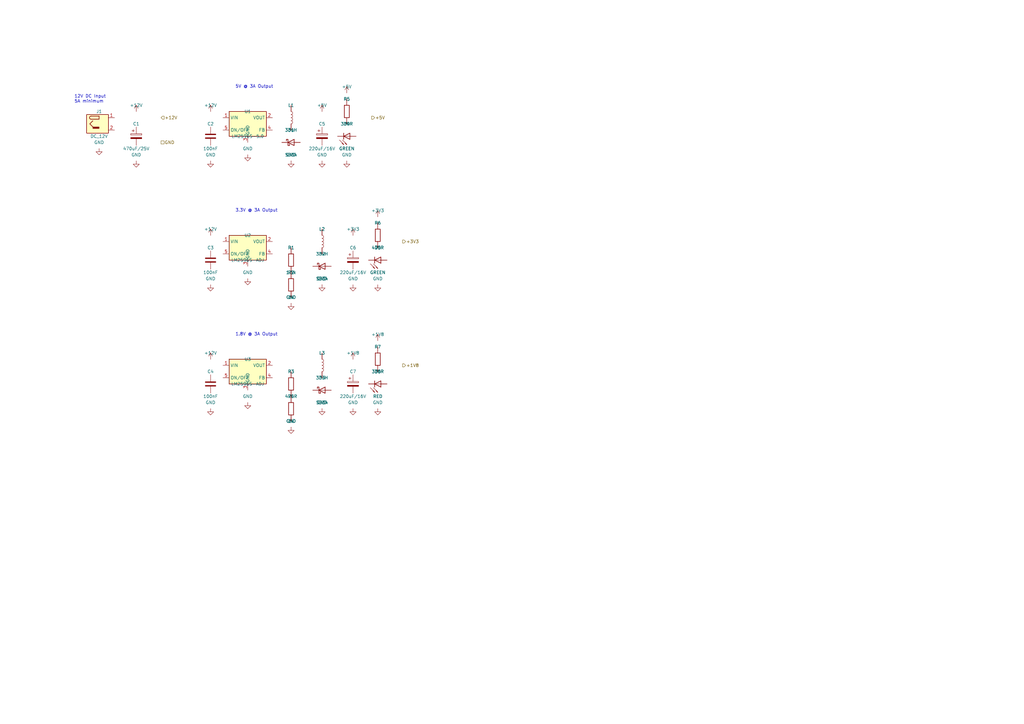
<source format=kicad_sch>
(kicad_sch (version 20250114) (generator "eeschema") (generator_version "9.0")
  (paper "A3")
  (title_block (title "Power Supply") (date "2024-12-11") (rev "1.0") (company "fcBoard Project") (comment 1 "12V Input, 5V/3.3V/1.8V DC-DC Outputs") (comment 2 "LM2596S Buck Converters with JLCPCB Components"))
  (lib_symbols
    (symbol "fcBoard_Power:+12V" (power) (pin_numbers (hide yes)) (pin_names (offset 0) (hide yes))
      (property "Value" "+12V" (at 0 3.81 0))
      (symbol "+12V_0_1"
        (polyline (pts (xy -0.762 1.27) (xy 0 2.54)))
        (polyline (pts (xy 0 2.54) (xy 0.762 1.27)))
        (polyline (pts (xy 0 0) (xy 0 2.54)))
      )
      (symbol "+12V_1_1"
        (pin power_in line (at 0 0 90) (length 0) (name "~") (number "1"))
      )
    )
    (symbol "fcBoard_Power:+1V8" (power) (pin_numbers (hide yes)) (pin_names (offset 0) (hide yes))
      (property "Value" "+1V8" (at 0 3.81 0))
      (symbol "+1V8_0_1"
        (polyline (pts (xy -0.762 1.27) (xy 0 2.54)))
        (polyline (pts (xy 0 2.54) (xy 0.762 1.27)))
        (polyline (pts (xy 0 0) (xy 0 2.54)))
      )
      (symbol "+1V8_1_1"
        (pin power_in line (at 0 0 90) (length 0) (name "~") (number "1"))
      )
    )
    (symbol "fcBoard_Power:+3V3" (power) (pin_numbers (hide yes)) (pin_names (offset 0) (hide yes))
      (property "Value" "+3V3" (at 0 3.81 0))
      (symbol "+3V3_0_1"
        (polyline (pts (xy -0.762 1.27) (xy 0 2.54)))
        (polyline (pts (xy 0 2.54) (xy 0.762 1.27)))
        (polyline (pts (xy 0 0) (xy 0 2.54)))
      )
      (symbol "+3V3_1_1"
        (pin power_in line (at 0 0 90) (length 0) (name "~") (number "1"))
      )
    )
    (symbol "fcBoard_Power:+5V" (power) (pin_numbers (hide yes)) (pin_names (offset 0) (hide yes))
      (property "Value" "+5V" (at 0 3.81 0))
      (symbol "+5V_0_1"
        (polyline (pts (xy -0.762 1.27) (xy 0 2.54)))
        (polyline (pts (xy 0 2.54) (xy 0.762 1.27)))
        (polyline (pts (xy 0 0) (xy 0 2.54)))
      )
      (symbol "+5V_1_1"
        (pin power_in line (at 0 0 90) (length 0) (name "~") (number "1"))
      )
    )
    (symbol "fcBoard_Power:Barrel_Jack" (pin_names (offset 1.016))
      (property "Reference" "J" (at 0 5.08 0))
      (property "Value" "Barrel_Jack" (at 0 -5.08 0))
      (symbol "Barrel_Jack_0_1"
        (rectangle (start -5.08 3.81) (end 3.81 -3.81) (stroke (width 0.254)) (fill (type background)))
        (polyline (pts (xy -3.302 3.175) (xy 0 3.175)) (stroke (width 0.254)))
        (arc (start -3.302 1.905) (mid -3.9288 2.54) (end -3.302 3.175) (stroke (width 0.254)))
        (polyline (pts (xy -2.54 -1.27) (xy -3.81 0) (xy -2.54 1.27)) (stroke (width 0.254)))
        (polyline (pts (xy 0 3.175) (xy 0 1.905) (xy -3.302 1.905)) (stroke (width 0.254)))
        (rectangle (start 0 -1.27) (end -2.54 -1.905) (fill (type outline)))
      )
      (symbol "Barrel_Jack_1_1"
        (pin passive line (at 6.35 2.54 180) (length 2.54) (name "~") (number "1"))
        (pin passive line (at 6.35 -2.54 180) (length 2.54) (name "~") (number "2"))
      )
    )
    (symbol "fcBoard_Power:C" (pin_numbers (hide yes)) (pin_names (offset 0.254))
      (property "Reference" "C" (at 0.635 2.54 0))
      (property "Value" "C" (at 0.635 -2.54 0))
      (symbol "C_0_1"
        (polyline (pts (xy -2.032 0.762) (xy 2.032 0.762)) (stroke (width 0.508)))
        (polyline (pts (xy -2.032 -0.762) (xy 2.032 -0.762)) (stroke (width 0.508)))
      )
      (symbol "C_1_1"
        (pin passive line (at 0 3.81 270) (length 2.794) (name "~") (number "1"))
        (pin passive line (at 0 -3.81 90) (length 2.794) (name "~") (number "2"))
      )
    )
    (symbol "fcBoard_Power:CP" (pin_numbers (hide yes)) (pin_names (offset 0.254))
      (property "Reference" "C" (at 0.635 2.54 0))
      (property "Value" "CP" (at 0.635 -2.54 0))
      (symbol "CP_0_1"
        (rectangle (start -2.286 0.508) (end 2.286 1.016))
        (polyline (pts (xy -1.778 2.286) (xy -0.762 2.286)))
        (polyline (pts (xy -1.27 1.778) (xy -1.27 2.794)))
        (rectangle (start 2.286 -0.508) (end -2.286 -1.016) (fill (type outline)))
      )
      (symbol "CP_1_1"
        (pin passive line (at 0 3.81 270) (length 2.794) (name "~") (number "1"))
        (pin passive line (at 0 -3.81 90) (length 2.794) (name "~") (number "2"))
      )
    )
    (symbol "fcBoard_Power:D_Schottky" (pin_numbers (hide yes)) (pin_names (offset 1.016) (hide yes))
      (property "Reference" "D" (at 0 2.54 0))
      (property "Value" "D_Schottky" (at 0 -2.54 0))
      (symbol "D_Schottky_0_1"
        (polyline (pts (xy -1.905 0.635) (xy -1.905 1.27) (xy -1.27 1.27) (xy -1.27 -1.27) (xy -0.635 -1.27) (xy -0.635 -0.635)) (stroke (width 0.254)))
        (polyline (pts (xy 1.27 1.27) (xy 1.27 -1.27) (xy -1.27 0) (xy 1.27 1.27)) (stroke (width 0.254)))
        (polyline (pts (xy 1.27 0) (xy -1.27 0)))
      )
      (symbol "D_Schottky_1_1"
        (pin passive line (at -3.81 0 0) (length 2.54) (name "K") (number "1"))
        (pin passive line (at 3.81 0 180) (length 2.54) (name "A") (number "2"))
      )
    )
    (symbol "fcBoard_Power:GND" (power) (pin_numbers (hide yes)) (pin_names (offset 0) (hide yes))
      (property "Value" "GND" (at 0 -2.54 0))
      (symbol "GND_0_1"
        (polyline (pts (xy 0 0) (xy 0 -1.27) (xy 1.27 -1.27) (xy 0 -2.54) (xy -1.27 -1.27) (xy 0 -1.27)))
      )
      (symbol "GND_1_1"
        (pin power_in line (at 0 0 270) (length 0) (name "~") (number "1"))
      )
    )
    (symbol "fcBoard_Power:L" (pin_numbers (hide yes)) (pin_names (offset 1.016))
      (property "Reference" "L" (at -1.27 0 90))
      (property "Value" "L" (at 1.905 0 90))
      (symbol "L_0_1"
        (arc (start 0 2.54) (mid 0.6323 1.905) (end 0 1.27))
        (arc (start 0 1.27) (mid 0.6323 0.635) (end 0 0))
        (arc (start 0 0) (mid 0.6323 -0.635) (end 0 -1.27))
        (arc (start 0 -1.27) (mid 0.6323 -1.905) (end 0 -2.54))
      )
      (symbol "L_1_1"
        (pin passive line (at 0 5.08 270) (length 2.54) (name "~") (number "1"))
        (pin passive line (at 0 -5.08 90) (length 2.54) (name "~") (number "2"))
      )
    )
    (symbol "fcBoard_Power:LED" (pin_numbers (hide yes)) (pin_names (offset 1.016) (hide yes))
      (property "Reference" "D" (at 0 2.54 0))
      (property "Value" "LED" (at 0 -2.54 0))
      (symbol "LED_0_1"
        (polyline (pts (xy -3.048 -1.524) (xy -1.27 -3.302)))
        (polyline (pts (xy -2.032 -2.794) (xy -1.27 -3.556) (xy -1.778 -2.794)))
        (polyline (pts (xy -1.778 -1.524) (xy 0 -3.302)))
        (polyline (pts (xy -1.27 0) (xy 1.27 0)))
        (polyline (pts (xy -1.27 -1.27) (xy -1.27 1.27)) (stroke (width 0.254)))
        (polyline (pts (xy -0.762 -2.794) (xy 0 -3.556) (xy -0.508 -2.794)))
        (polyline (pts (xy 1.27 -1.27) (xy 1.27 1.27) (xy -1.27 0) (xy 1.27 -1.27)) (stroke (width 0.254)))
      )
      (symbol "LED_1_1"
        (pin passive line (at -3.81 0 0) (length 2.54) (name "K") (number "1"))
        (pin passive line (at 3.81 0 180) (length 2.54) (name "A") (number "2"))
      )
    )
    (symbol "fcBoard_Power:LM2596S-5"
      (property "Reference" "U" (at 0 8.89 0))
      (property "Value" "LM2596S-5" (at 0 6.35 0))
      (symbol "LM2596S-5_0_1"
        (rectangle (start -7.62 5.08) (end 7.62 -5.08) (stroke (width 0.254)) (fill (type background)))
      )
      (symbol "LM2596S-5_1_1"
        (pin power_in line (at -10.16 2.54 0) (length 2.54) (name "VIN") (number "1"))
        (pin input line (at -10.16 -2.54 0) (length 2.54) (name "ON/OFF") (number "5"))
        (pin power_in line (at 0 -7.62 90) (length 2.54) (name "GND") (number "3"))
        (pin power_out line (at 10.16 2.54 180) (length 2.54) (name "VOUT") (number "2"))
        (pin input line (at 10.16 -2.54 180) (length 2.54) (name "FB") (number "4"))
      )
    )
    (symbol "fcBoard_Power:LM2596S-ADJ"
      (property "Reference" "U" (at 0 8.89 0))
      (property "Value" "LM2596S-ADJ" (at 0 6.35 0))
      (symbol "LM2596S-ADJ_0_1"
        (rectangle (start -7.62 5.08) (end 7.62 -5.08) (stroke (width 0.254)) (fill (type background)))
      )
      (symbol "LM2596S-ADJ_1_1"
        (pin power_in line (at -10.16 2.54 0) (length 2.54) (name "VIN") (number "1"))
        (pin input line (at -10.16 -2.54 0) (length 2.54) (name "ON/OFF") (number "5"))
        (pin power_in line (at 0 -7.62 90) (length 2.54) (name "GND") (number "3"))
        (pin power_out line (at 10.16 2.54 180) (length 2.54) (name "VOUT") (number "2"))
        (pin input line (at 10.16 -2.54 180) (length 2.54) (name "FB") (number "4"))
      )
    )
    (symbol "fcBoard_Power:R" (pin_numbers (hide yes)) (pin_names (offset 0))
      (property "Reference" "R" (at 2.032 0 90))
      (property "Value" "R" (at 0 0 90))
      (symbol "R_0_1"
        (rectangle (start -1.016 -2.54) (end 1.016 2.54) (stroke (width 0.254)))
      )
      (symbol "R_1_1"
        (pin passive line (at 0 5.08 270) (length 2.54) (name "~") (number "1"))
        (pin passive line (at 0 -5.08 90) (length 2.54) (name "~") (number "2"))
      )
    )
  )
  (text "12V DC Input\n5A minimum" (at 30.48 40.64 0) (effects (font (size 1.27 1.27)) (justify left)))
  (text "5V @ 3A Output" (at 96.52 35.56 0) (effects (font (size 1.27 1.27)) (justify left)))
  (text "3.3V @ 3A Output" (at 96.52 86.36 0) (effects (font (size 1.27 1.27)) (justify left)))
  (text "1.8V @ 3A Output" (at 96.52 137.16 0) (effects (font (size 1.27 1.27)) (justify left)))
  (hierarchical_label "+5V" (shape output) (at 152.4 48.26 0))
  (hierarchical_label "+12V" (shape input) (at 66.04 48.26 0))
  (hierarchical_label "+1V8" (shape output) (at 165.1 149.86 0))
  (hierarchical_label "GND" (shape passive) (at 66.04 58.42 0))
  (hierarchical_label "+3V3" (shape output) (at 165.1 99.06 0))
  (symbol (lib_id "fcBoard_Power:GND") (at 154.94 167.64 0) (unit 1) (in_bom no)
    (property "Reference" "#PWR029" (effects (hide yes)))
    (property "Value" "GND" (at 154.94 165.1 0))
  )
  (symbol (lib_id "fcBoard_Power:GND") (at 101.6 114.3 0) (unit 1) (in_bom no)
    (property "Reference" "#PWR011" (effects (hide yes)))
    (property "Value" "GND" (at 101.6 111.76 0))
  )
  (symbol (lib_id "fcBoard_Power:C") (at 86.36 106.68 0) (unit 1)
    (property "Reference" "C3" (at 86.36 101.6 0))
    (property "Value" "100nF" (at 86.36 111.76 0))
    (property "Footprint" "jlc_components:C0402" (effects (hide yes)))
    (property "LCSC Part" "C11702" (effects (hide yes)))
  )
  (symbol (lib_id "fcBoard_Power:GND") (at 142.24 66.04 0) (unit 1) (in_bom no)
    (property "Reference" "#PWR021" (effects (hide yes)))
    (property "Value" "GND" (at 142.24 63.5 0))
  )
  (symbol (lib_id "fcBoard_Power:+5V") (at 142.24 38.1 0) (unit 1) (in_bom no)
    (property "Reference" "#PWR020" (effects (hide yes)))
    (property "Value" "+5V" (at 142.24 35.56 0))
  )
  (symbol (lib_id "fcBoard_Power:L") (at 132.08 149.86 0) (unit 1)
    (property "Reference" "L3" (at 132.08 144.78 0))
    (property "Value" "33uH" (at 132.08 154.94 0))
    (property "Footprint" "jlc_components:IND-SMD_L7.3-W7.3" (effects (hide yes)))
    (property "LCSC Part" "C90748" (effects (hide yes)))
  )
  (symbol (lib_id "fcBoard_Power:GND") (at 55.88 66.04 0) (unit 1) (in_bom no)
    (property "Reference" "#PWR03" (effects (hide yes)))
    (property "Value" "GND" (at 55.88 63.5 0))
  )
  (symbol (lib_id "fcBoard_Power:R") (at 142.24 45.72 0) (unit 1)
    (property "Reference" "R5" (at 142.24 40.64 0))
    (property "Value" "330R" (at 142.24 50.8 0))
    (property "Footprint" "jlc_components:R0402" (effects (hide yes)))
    (property "LCSC Part" "C72038" (effects (hide yes)))
  )
  (symbol (lib_id "fcBoard_Power:R") (at 154.94 96.52 0) (unit 1)
    (property "Reference" "R6" (at 154.94 91.44 0))
    (property "Value" "470R" (at 154.94 101.6 0))
    (property "Footprint" "jlc_components:R0402" (effects (hide yes)))
    (property "LCSC Part" "C25087" (effects (hide yes)))
  )
  (symbol (lib_id "fcBoard_Power:GND") (at 40.64 60.96 0) (unit 1) (in_bom no)
    (property "Reference" "#PWR01" (effects (hide yes)))
    (property "Value" "GND" (at 40.64 58.42 0))
  )
  (symbol (lib_id "fcBoard_Power:R") (at 119.38 167.64 0) (unit 1)
    (property "Reference" "R4" (at 119.38 162.56 0))
    (property "Value" "1k" (at 119.38 172.72 0))
    (property "Footprint" "jlc_components:R0402" (effects (hide yes)))
    (property "LCSC Part" "C25905" (effects (hide yes)))
  )
  (symbol (lib_id "fcBoard_Power:+12V") (at 86.36 45.72 0) (unit 1) (in_bom no)
    (property "Reference" "#PWR04" (effects (hide yes)))
    (property "Value" "+12V" (at 86.36 43.18 0))
  )
  (symbol (lib_id "fcBoard_Power:D_Schottky") (at 132.08 109.22 0) (unit 1)
    (property "Reference" "D2" (at 132.08 104.14 0))
    (property "Value" "SS34" (at 132.08 114.3 0))
    (property "Footprint" "jlc_components:SMA_L4.3-W2.6-LS5.2-RD" (effects (hide yes)))
    (property "LCSC Part" "C35722" (effects (hide yes)))
  )
  (symbol (lib_id "fcBoard_Power:R") (at 154.94 147.32 0) (unit 1)
    (property "Reference" "R7" (at 154.94 142.24 0))
    (property "Value" "330R" (at 154.94 152.4 0))
    (property "Footprint" "jlc_components:R0402" (effects (hide yes)))
    (property "LCSC Part" "C72038" (effects (hide yes)))
  )
  (symbol (lib_id "fcBoard_Power:GND") (at 144.78 167.64 0) (unit 1) (in_bom no)
    (property "Reference" "#PWR025" (effects (hide yes)))
    (property "Value" "GND" (at 144.78 165.1 0))
  )
  (symbol (lib_id "fcBoard_Power:GND") (at 132.08 116.84 0) (unit 1) (in_bom no)
    (property "Reference" "#PWR018" (effects (hide yes)))
    (property "Value" "GND" (at 132.08 114.3 0))
  )
  (symbol (lib_id "fcBoard_Power:GND") (at 86.36 116.84 0) (unit 1) (in_bom no)
    (property "Reference" "#PWR07" (effects (hide yes)))
    (property "Value" "GND" (at 86.36 114.3 0))
  )
  (symbol (lib_id "fcBoard_Power:Barrel_Jack") (at 40.64 50.8 0) (unit 1)
    (property "Reference" "J1" (at 40.64 45.72 0))
    (property "Value" "DC_12V" (at 40.64 55.88 0))
    (property "Footprint" "Connector_BarrelJack:BarrelJack_Horizontal" (effects (hide yes)))
  )
  (symbol (lib_id "fcBoard_Power:CP") (at 55.88 55.88 0) (unit 1)
    (property "Reference" "C1" (at 55.88 50.8 0))
    (property "Value" "470uF/25V" (at 55.88 60.96 0))
    (property "Footprint" "jlc_components:CAP-SMD_BD10.0-L10.0-W10.0-LS11.2-FD" (effects (hide yes)))
    (property "LCSC Part" "C72505" (effects (hide yes)))
  )
  (symbol (lib_id "fcBoard_Power:LM2596S-ADJ") (at 101.6 101.6 0) (unit 1)
    (property "Reference" "U2" (at 101.6 96.52 0))
    (property "Value" "LM2596S-ADJ" (at 101.6 106.68 0))
    (property "Footprint" "jlc_components:TO-263-5_L10.2-W8.9-P1.70-TL" (effects (hide yes)))
    (property "LCSC Part" "C29781" (effects (hide yes)))
  )
  (symbol (lib_id "fcBoard_Power:GND") (at 144.78 116.84 0) (unit 1) (in_bom no)
    (property "Reference" "#PWR023" (effects (hide yes)))
    (property "Value" "GND" (at 144.78 114.3 0))
  )
  (symbol (lib_id "fcBoard_Power:L") (at 132.08 99.06 0) (unit 1)
    (property "Reference" "L2" (at 132.08 93.98 0))
    (property "Value" "33uH" (at 132.08 104.14 0))
    (property "Footprint" "jlc_components:IND-SMD_L7.3-W7.3" (effects (hide yes)))
    (property "LCSC Part" "C90748" (effects (hide yes)))
  )
  (symbol (lib_id "fcBoard_Power:LM2596S-ADJ") (at 101.6 152.4 0) (unit 1)
    (property "Reference" "U3" (at 101.6 147.32 0))
    (property "Value" "LM2596S-ADJ" (at 101.6 157.48 0))
    (property "Footprint" "jlc_components:TO-263-5_L10.2-W8.9-P1.70-TL" (effects (hide yes)))
    (property "LCSC Part" "C29781" (effects (hide yes)))
  )
  (symbol (lib_id "fcBoard_Power:+1V8") (at 144.78 147.32 0) (unit 1) (in_bom no)
    (property "Reference" "#PWR024" (effects (hide yes)))
    (property "Value" "+1V8" (at 144.78 144.78 0))
  )
  (symbol (lib_id "fcBoard_Power:LED") (at 142.24 55.88 0) (unit 1)
    (property "Reference" "D4" (at 142.24 50.8 0))
    (property "Value" "GREEN" (at 142.24 60.96 0))
    (property "Footprint" "jlc_components:LED0603-RD" (effects (hide yes)))
    (property "LCSC Part" "C2286" (effects (hide yes)))
  )
  (symbol (lib_id "fcBoard_Power:+3V3") (at 154.94 88.9 0) (unit 1) (in_bom no)
    (property "Reference" "#PWR026" (effects (hide yes)))
    (property "Value" "+3V3" (at 154.94 86.36 0))
  )
  (symbol (lib_id "fcBoard_Power:CP") (at 144.78 157.48 0) (unit 1)
    (property "Reference" "C7" (at 144.78 152.4 0))
    (property "Value" "220uF/16V" (at 144.78 162.56 0))
    (property "Footprint" "jlc_components:CAP-SMD_BD8.0-L8.3-W8.3-LS9.0-FD" (effects (hide yes)))
    (property "LCSC Part" "C72499" (effects (hide yes)))
  )
  (symbol (lib_id "fcBoard_Power:C") (at 86.36 55.88 0) (unit 1)
    (property "Reference" "C2" (at 86.36 50.8 0))
    (property "Value" "100nF" (at 86.36 60.96 0))
    (property "Footprint" "jlc_components:C0402" (effects (hide yes)))
    (property "LCSC Part" "C11702" (effects (hide yes)))
  )
  (symbol (lib_id "fcBoard_Power:LED") (at 154.94 157.48 0) (unit 1)
    (property "Reference" "D6" (at 154.94 152.4 0))
    (property "Value" "RED" (at 154.94 162.56 0))
    (property "Footprint" "jlc_components:LED0603-RD" (effects (hide yes)))
    (property "LCSC Part" "C2290" (effects (hide yes)))
  )
  (symbol (lib_id "fcBoard_Power:+5V") (at 132.08 45.72 0) (unit 1) (in_bom no)
    (property "Reference" "#PWR016" (effects (hide yes)))
    (property "Value" "+5V" (at 132.08 43.18 0))
  )
  (symbol (lib_id "fcBoard_Power:CP") (at 144.78 106.68 0) (unit 1)
    (property "Reference" "C6" (at 144.78 101.6 0))
    (property "Value" "220uF/16V" (at 144.78 111.76 0))
    (property "Footprint" "jlc_components:CAP-SMD_BD8.0-L8.3-W8.3-LS9.0-FD" (effects (hide yes)))
    (property "LCSC Part" "C72499" (effects (hide yes)))
  )
  (symbol (lib_id "fcBoard_Power:+3V3") (at 144.78 96.52 0) (unit 1) (in_bom no)
    (property "Reference" "#PWR022" (effects (hide yes)))
    (property "Value" "+3V3" (at 144.78 93.98 0))
  )
  (symbol (lib_id "fcBoard_Power:C") (at 86.36 157.48 0) (unit 1)
    (property "Reference" "C4" (at 86.36 152.4 0))
    (property "Value" "100nF" (at 86.36 162.56 0))
    (property "Footprint" "jlc_components:C0402" (effects (hide yes)))
    (property "LCSC Part" "C11702" (effects (hide yes)))
  )
  (symbol (lib_id "fcBoard_Power:GND") (at 119.38 66.04 0) (unit 1) (in_bom no)
    (property "Reference" "#PWR013" (effects (hide yes)))
    (property "Value" "GND" (at 119.38 63.5 0))
  )
  (symbol (lib_id "fcBoard_Power:+12V") (at 55.88 45.72 0) (unit 1) (in_bom no)
    (property "Reference" "#PWR02" (effects (hide yes)))
    (property "Value" "+12V" (at 55.88 43.18 0))
  )
  (symbol (lib_id "fcBoard_Power:+12V") (at 86.36 147.32 0) (unit 1) (in_bom no)
    (property "Reference" "#PWR08" (effects (hide yes)))
    (property "Value" "+12V" (at 86.36 144.78 0))
  )
  (symbol (lib_id "fcBoard_Power:R") (at 119.38 106.68 0) (unit 1)
    (property "Reference" "R1" (at 119.38 101.6 0))
    (property "Value" "1.5k" (at 119.38 111.76 0))
    (property "Footprint" "jlc_components:R0402" (effects (hide yes)))
    (property "LCSC Part" "C25077" (effects (hide yes)))
  )
  (symbol (lib_id "fcBoard_Power:L") (at 119.38 48.26 0) (unit 1)
    (property "Reference" "L1" (at 119.38 43.18 0))
    (property "Value" "33uH" (at 119.38 53.34 0))
    (property "Footprint" "jlc_components:IND-SMD_L7.3-W7.3" (effects (hide yes)))
    (property "LCSC Part" "C90748" (effects (hide yes)))
  )
  (symbol (lib_id "fcBoard_Power:LM2596S-5") (at 101.6 50.8 0) (unit 1)
    (property "Reference" "U1" (at 101.6 45.72 0))
    (property "Value" "LM2596S-5.0" (at 101.6 55.88 0))
    (property "Footprint" "jlc_components:TO-263-5_L10.2-W8.9-P1.70-TL" (effects (hide yes)))
    (property "LCSC Part" "C347421" (effects (hide yes)))
  )
  (symbol (lib_id "fcBoard_Power:GND") (at 86.36 167.64 0) (unit 1) (in_bom no)
    (property "Reference" "#PWR09" (effects (hide yes)))
    (property "Value" "GND" (at 86.36 165.1 0))
  )
  (symbol (lib_id "fcBoard_Power:GND") (at 119.38 124.46 0) (unit 1) (in_bom no)
    (property "Reference" "#PWR014" (effects (hide yes)))
    (property "Value" "GND" (at 119.38 121.92 0))
  )
  (symbol (lib_id "fcBoard_Power:+12V") (at 86.36 96.52 0) (unit 1) (in_bom no)
    (property "Reference" "#PWR06" (effects (hide yes)))
    (property "Value" "+12V" (at 86.36 93.98 0))
  )
  (symbol (lib_id "fcBoard_Power:GND") (at 154.94 116.84 0) (unit 1) (in_bom no)
    (property "Reference" "#PWR027" (effects (hide yes)))
    (property "Value" "GND" (at 154.94 114.3 0))
  )
  (symbol (lib_id "fcBoard_Power:R") (at 119.38 116.84 0) (unit 1)
    (property "Reference" "R2" (at 119.38 111.76 0))
    (property "Value" "1k" (at 119.38 121.92 0))
    (property "Footprint" "jlc_components:R0402" (effects (hide yes)))
    (property "LCSC Part" "C25905" (effects (hide yes)))
  )
  (symbol (lib_id "fcBoard_Power:CP") (at 132.08 55.88 0) (unit 1)
    (property "Reference" "C5" (at 132.08 50.8 0))
    (property "Value" "220uF/16V" (at 132.08 60.96 0))
    (property "Footprint" "jlc_components:CAP-SMD_BD8.0-L8.3-W8.3-LS9.0-FD" (effects (hide yes)))
    (property "LCSC Part" "C72499" (effects (hide yes)))
  )
  (symbol (lib_id "fcBoard_Power:GND") (at 101.6 165.1 0) (unit 1) (in_bom no)
    (property "Reference" "#PWR012" (effects (hide yes)))
    (property "Value" "GND" (at 101.6 162.56 0))
  )
  (symbol (lib_id "fcBoard_Power:GND") (at 119.38 175.26 0) (unit 1) (in_bom no)
    (property "Reference" "#PWR015" (effects (hide yes)))
    (property "Value" "GND" (at 119.38 172.72 0))
  )
  (symbol (lib_id "fcBoard_Power:+1V8") (at 154.94 139.7 0) (unit 1) (in_bom no)
    (property "Reference" "#PWR028" (effects (hide yes)))
    (property "Value" "+1V8" (at 154.94 137.16 0))
  )
  (symbol (lib_id "fcBoard_Power:LED") (at 154.94 106.68 0) (unit 1)
    (property "Reference" "D5" (at 154.94 101.6 0))
    (property "Value" "GREEN" (at 154.94 111.76 0))
    (property "Footprint" "jlc_components:LED0603-RD" (effects (hide yes)))
    (property "LCSC Part" "C2286" (effects (hide yes)))
  )
  (symbol (lib_id "fcBoard_Power:D_Schottky") (at 119.38 58.42 0) (unit 1)
    (property "Reference" "D1" (at 119.38 53.34 0))
    (property "Value" "SS34" (at 119.38 63.5 0))
    (property "Footprint" "jlc_components:SMA_L4.3-W2.6-LS5.2-RD" (effects (hide yes)))
    (property "LCSC Part" "C35722" (effects (hide yes)))
  )
  (symbol (lib_id "fcBoard_Power:GND") (at 132.08 66.04 0) (unit 1) (in_bom no)
    (property "Reference" "#PWR017" (effects (hide yes)))
    (property "Value" "GND" (at 132.08 63.5 0))
  )
  (symbol (lib_id "fcBoard_Power:D_Schottky") (at 132.08 160.02 0) (unit 1)
    (property "Reference" "D3" (at 132.08 154.94 0))
    (property "Value" "SS34" (at 132.08 165.1 0))
    (property "Footprint" "jlc_components:SMA_L4.3-W2.6-LS5.2-RD" (effects (hide yes)))
    (property "LCSC Part" "C35722" (effects (hide yes)))
  )
  (symbol (lib_id "fcBoard_Power:GND") (at 132.08 167.64 0) (unit 1) (in_bom no)
    (property "Reference" "#PWR019" (effects (hide yes)))
    (property "Value" "GND" (at 132.08 165.1 0))
  )
  (symbol (lib_id "fcBoard_Power:GND") (at 101.6 63.5 0) (unit 1) (in_bom no)
    (property "Reference" "#PWR010" (effects (hide yes)))
    (property "Value" "GND" (at 101.6 60.96 0))
  )
  (symbol (lib_id "fcBoard_Power:R") (at 119.38 157.48 0) (unit 1)
    (property "Reference" "R3" (at 119.38 152.4 0))
    (property "Value" "470R" (at 119.38 162.56 0))
    (property "Footprint" "jlc_components:R0402" (effects (hide yes)))
    (property "LCSC Part" "C25087" (effects (hide yes)))
  )
  (symbol (lib_id "fcBoard_Power:GND") (at 86.36 66.04 0) (unit 1) (in_bom no)
    (property "Reference" "#PWR05" (effects (hide yes)))
    (property "Value" "GND" (at 86.36 63.5 0))
  )
)
</source>
